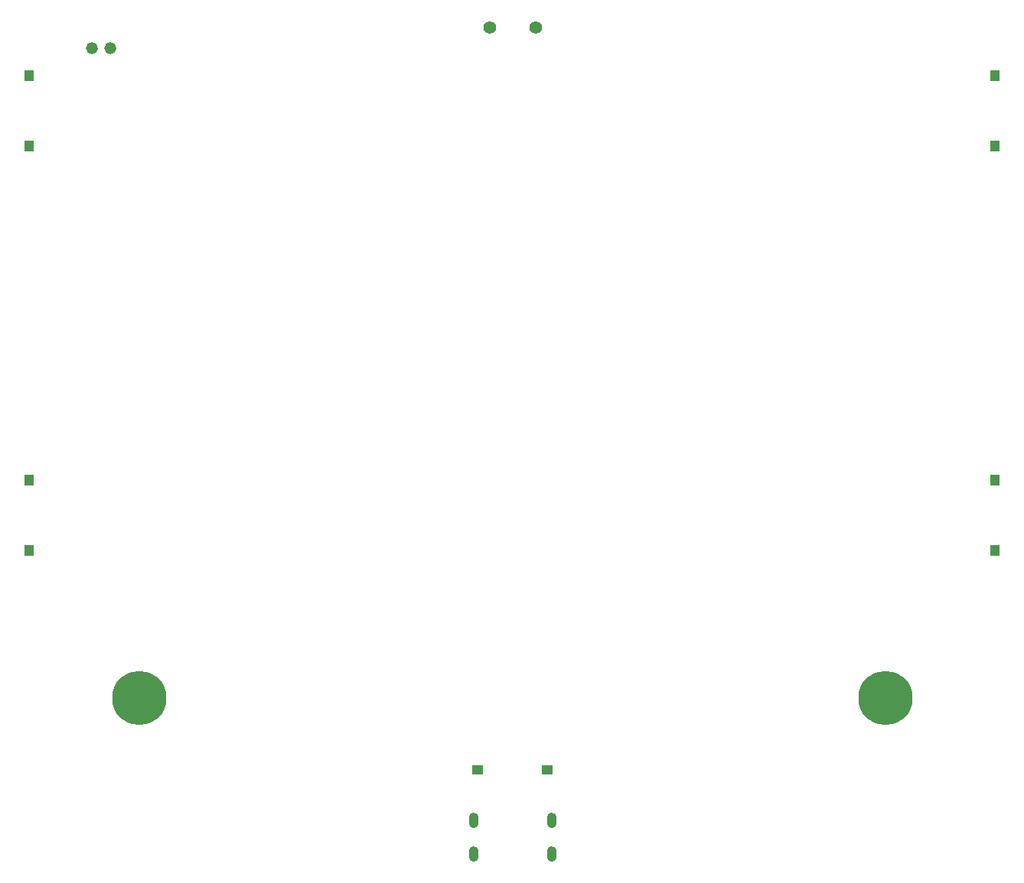
<source format=gbr>
%TF.GenerationSoftware,KiCad,Pcbnew,9.0.7*%
%TF.CreationDate,2026-02-12T15:19:18-05:00*%
%TF.ProjectId,OSHE-Reader-PCB,4f534845-2d52-4656-9164-65722d504342,rev?*%
%TF.SameCoordinates,Original*%
%TF.FileFunction,Soldermask,Top*%
%TF.FilePolarity,Negative*%
%FSLAX46Y46*%
G04 Gerber Fmt 4.6, Leading zero omitted, Abs format (unit mm)*
G04 Created by KiCad (PCBNEW 9.0.7) date 2026-02-12 15:19:18*
%MOMM*%
%LPD*%
G01*
G04 APERTURE LIST*
%ADD10C,6.000000*%
%ADD11R,1.000000X1.250000*%
%ADD12R,1.250000X1.000000*%
%ADD13C,1.400000*%
%ADD14C,1.320800*%
%ADD15O,1.092200X1.701800*%
G04 APERTURE END LIST*
D10*
%TO.C,H2*%
X131250000Y-160000000D03*
%TD*%
D11*
%TO.C,SW2*%
X143400131Y-143675700D03*
X143400131Y-135925700D03*
%TD*%
D12*
%TO.C,SW5*%
X86125000Y-168000000D03*
X93875000Y-168000000D03*
%TD*%
D13*
%TO.C,TH2*%
X87490000Y-85775800D03*
X92570000Y-85775800D03*
%TD*%
D11*
%TO.C,SW3*%
X36500000Y-91125001D03*
X36500000Y-98875001D03*
%TD*%
%TO.C,SW1*%
X143400000Y-98875001D03*
X143400000Y-91125001D03*
%TD*%
%TO.C,SW4*%
X36500000Y-135925702D03*
X36500000Y-143675702D03*
%TD*%
D10*
%TO.C,H1*%
X48750000Y-160000000D03*
%TD*%
D14*
%TO.C,J4*%
X43486400Y-88040000D03*
X45486401Y-88040000D03*
%TD*%
D15*
%TO.C,J1*%
X94320000Y-177345599D03*
X94320000Y-173545600D03*
X85680000Y-177345599D03*
X85680000Y-173545600D03*
%TD*%
M02*

</source>
